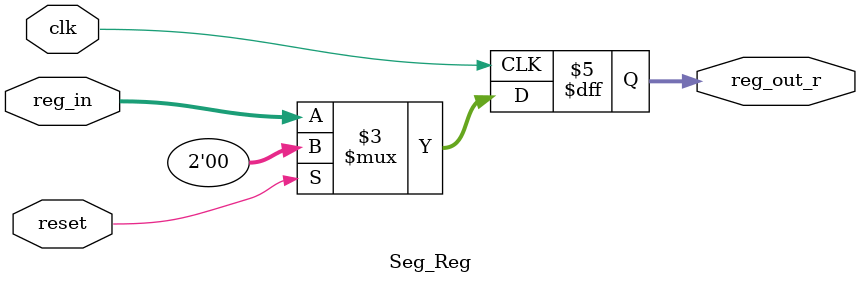
<source format=v>
`timescale 1ns / 1ps


module Seg_Reg #(parameter REG_SIZE = 0)(

    // INPUTS //
    input reset,
    input clk,
    
    input[REG_SIZE - 1 : 0] reg_in,
    
    // OUTPUTS //
    output reg [REG_SIZE - 1 : 0] reg_out_r
    );
    always @(posedge clk)
        begin
            if (reset)
            begin
            reg_out_r <= 0;
            end else
            begin
            reg_out_r <= reg_in;
            end
      end
endmodule

</source>
